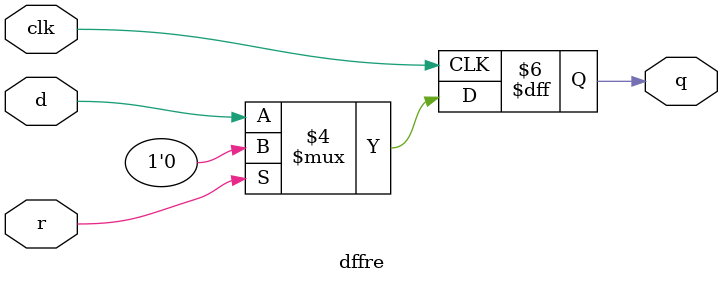
<source format=v>
module dffre(d,r,clk,q);
    parameter n=1;//nÎª¼Ä´æÆ÷µÄÎ»Êý£¬n=1Ê±ÎªD´¥·¢Æ÷
    
    input clk,r;
    input [n:1]d;
    output [n:1]q;
       reg [n:1]q=0;

    always @(posedge clk)
        begin
            if(r)   q=0;
            else q=d;
        end
endmodule

</source>
